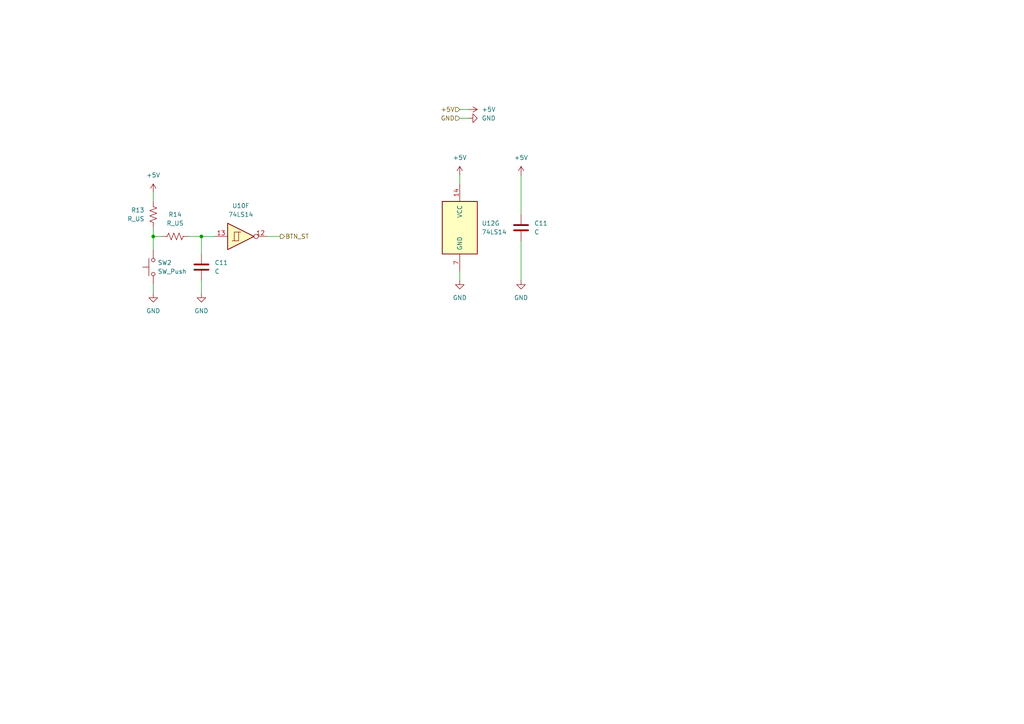
<source format=kicad_sch>
(kicad_sch (version 20230121) (generator eeschema)
  (paper "A4")
  (lib_symbols
    (symbol "74xx:74LS14" (pin_names (offset 1.016))
      (property "Reference" "U" (at 0 1.27 0))
      (property "Value" "74LS14" (at 0 -1.27 0))
      (symbol "74LS14_1_0"
        (polyline (pts (xy -3.81 3.81) (xy -3.81 -3.81) (xy 3.81 0) (xy -3.81 3.81)) (stroke (width 0.254)) (fill (type background)))
        (pin input line (at -7.62 0 0) (length 3.81) (name "~") (number "1"))
        (pin output inverted (at 7.62 0 180) (length 3.81) (name "~") (number "2"))
      )
      (symbol "74LS14_1_1"
        (polyline (pts (xy -1.905 -1.27) (xy -1.905 1.27) (xy -0.635 1.27)))
        (polyline (pts (xy -2.54 -1.27) (xy -0.635 -1.27) (xy -0.635 1.27) (xy 0 1.27)))
      )
      (symbol "74LS14_2_0"
        (polyline (pts (xy -3.81 3.81) (xy -3.81 -3.81) (xy 3.81 0) (xy -3.81 3.81)) (stroke (width 0.254)) (fill (type background)))
        (pin input line (at -7.62 0 0) (length 3.81) (name "~") (number "3"))
        (pin output inverted (at 7.62 0 180) (length 3.81) (name "~") (number "4"))
      )
      (symbol "74LS14_2_1"
        (polyline (pts (xy -1.905 -1.27) (xy -1.905 1.27) (xy -0.635 1.27)))
        (polyline (pts (xy -2.54 -1.27) (xy -0.635 -1.27) (xy -0.635 1.27) (xy 0 1.27)))
      )
      (symbol "74LS14_3_0"
        (polyline (pts (xy -3.81 3.81) (xy -3.81 -3.81) (xy 3.81 0) (xy -3.81 3.81)) (stroke (width 0.254)) (fill (type background)))
        (pin input line (at -7.62 0 0) (length 3.81) (name "~") (number "5"))
        (pin output inverted (at 7.62 0 180) (length 3.81) (name "~") (number "6"))
      )
      (symbol "74LS14_3_1"
        (polyline (pts (xy -1.905 -1.27) (xy -1.905 1.27) (xy -0.635 1.27)))
        (polyline (pts (xy -2.54 -1.27) (xy -0.635 -1.27) (xy -0.635 1.27) (xy 0 1.27)))
      )
      (symbol "74LS14_4_0"
        (polyline (pts (xy -3.81 3.81) (xy -3.81 -3.81) (xy 3.81 0) (xy -3.81 3.81)) (stroke (width 0.254)) (fill (type background)))
        (pin output inverted (at 7.62 0 180) (length 3.81) (name "~") (number "8"))
        (pin input line (at -7.62 0 0) (length 3.81) (name "~") (number "9"))
      )
      (symbol "74LS14_4_1"
        (polyline (pts (xy -1.905 -1.27) (xy -1.905 1.27) (xy -0.635 1.27)))
        (polyline (pts (xy -2.54 -1.27) (xy -0.635 -1.27) (xy -0.635 1.27) (xy 0 1.27)))
      )
      (symbol "74LS14_5_0"
        (polyline (pts (xy -3.81 3.81) (xy -3.81 -3.81) (xy 3.81 0) (xy -3.81 3.81)) (stroke (width 0.254)) (fill (type background)))
        (pin output inverted (at 7.62 0 180) (length 3.81) (name "~") (number "10"))
        (pin input line (at -7.62 0 0) (length 3.81) (name "~") (number "11"))
      )
      (symbol "74LS14_5_1"
        (polyline (pts (xy -1.905 -1.27) (xy -1.905 1.27) (xy -0.635 1.27)))
        (polyline (pts (xy -2.54 -1.27) (xy -0.635 -1.27) (xy -0.635 1.27) (xy 0 1.27)))
      )
      (symbol "74LS14_6_0"
        (polyline (pts (xy -3.81 3.81) (xy -3.81 -3.81) (xy 3.81 0) (xy -3.81 3.81)) (stroke (width 0.254)) (fill (type background)))
        (pin output inverted (at 7.62 0 180) (length 3.81) (name "~") (number "12"))
        (pin input line (at -7.62 0 0) (length 3.81) (name "~") (number "13"))
      )
      (symbol "74LS14_6_1"
        (polyline (pts (xy -1.905 -1.27) (xy -1.905 1.27) (xy -0.635 1.27)))
        (polyline (pts (xy -2.54 -1.27) (xy -0.635 -1.27) (xy -0.635 1.27) (xy 0 1.27)))
      )
      (symbol "74LS14_7_0"
        (pin power_in line (at 0 12.7 270) (length 5.08) (name "VCC") (number "14"))
        (pin power_in line (at 0 -12.7 90) (length 5.08) (name "GND") (number "7"))
      )
      (symbol "74LS14_7_1"
        (rectangle (start -5.08 7.62) (end 5.08 -7.62) (stroke (width 0.254)) (fill (type background)))
      )
    )
    (symbol "Device:C" (pin_numbers hide) (pin_names (offset 0.254))
      (property "Reference" "C" (at 0.635 2.54 0))
      (property "Value" "C" (at 0.635 -2.54 0))
      (symbol "C_0_1"
        (polyline (pts (xy -2.032 -0.762) (xy 2.032 -0.762)) (stroke (width 0.508)))
        (polyline (pts (xy -2.032 0.762) (xy 2.032 0.762)) (stroke (width 0.508)))
      )
      (symbol "C_1_1"
        (pin passive line (at 0 3.81 270) (length 2.794) (name "~") (number "1"))
        (pin passive line (at 0 -3.81 90) (length 2.794) (name "~") (number "2"))
      )
    )
    (symbol "Device:R_US" (pin_numbers hide) (pin_names (offset 0))
      (property "Reference" "R" (at 2.54 0 90))
      (property "Value" "R_US" (at -2.54 0 90))
      (symbol "R_US_0_1"
        (polyline (pts (xy 0 -2.286) (xy 0 -2.54)))
        (polyline (pts (xy 0 2.286) (xy 0 2.54)))
        (polyline (pts (xy 0 -0.762) (xy 1.016 -1.143) (xy 0 -1.524) (xy -1.016 -1.905) (xy 0 -2.286)))
        (polyline (pts (xy 0 0.762) (xy 1.016 0.381) (xy 0 0) (xy -1.016 -0.381) (xy 0 -0.762)))
        (polyline (pts (xy 0 2.286) (xy 1.016 1.905) (xy 0 1.524) (xy -1.016 1.143) (xy 0 0.762)))
      )
      (symbol "R_US_1_1"
        (pin passive line (at 0 3.81 270) (length 1.27) (name "~") (number "1"))
        (pin passive line (at 0 -3.81 90) (length 1.27) (name "~") (number "2"))
      )
    )
    (symbol "Switch:SW_Push" (pin_numbers hide) (pin_names (offset 1.016) hide)
      (property "Reference" "SW" (at 1.27 2.54 0))
      (property "Value" "SW_Push" (at 0 -1.524 0))
      (symbol "SW_Push_0_1"
        (circle (center -2.032 0) (radius 0.508))
        (polyline (pts (xy 0 1.27) (xy 0 3.048)))
        (polyline (pts (xy 2.54 1.27) (xy -2.54 1.27)))
        (circle (center 2.032 0) (radius 0.508))
        (pin passive line (at -5.08 0 0) (length 2.54) (name "1") (number "1"))
        (pin passive line (at 5.08 0 180) (length 2.54) (name "2") (number "2"))
      )
    )
    (symbol "power:+5V" (power) (pin_names (offset 0))
      (property "Value" "+5V" (at 0 3.556 0))
      (symbol "+5V_0_1"
        (polyline (pts (xy -0.762 1.27) (xy 0 2.54)))
        (polyline (pts (xy 0 0) (xy 0 2.54)))
        (polyline (pts (xy 0 2.54) (xy 0.762 1.27)))
      )
      (symbol "+5V_1_1"
        (pin power_in line (at 0 0 90) (length 0) hide (name "+5V") (number "1"))
      )
    )
    (symbol "power:GND" (power) (pin_names (offset 0))
      (property "Value" "GND" (at 0 -3.81 0))
      (symbol "GND_0_1"
        (polyline (pts (xy 0 0) (xy 0 -1.27) (xy 1.27 -1.27) (xy 0 -2.54) (xy -1.27 -1.27) (xy 0 -1.27)))
      )
      (symbol "GND_1_1"
        (pin power_in line (at 0 0 270) (length 0) hide (name "GND") (number "1"))
      )
    )
  )
  (junction (at 44.45 68.58))
  (junction (at 58.42 68.58))
  (wire (pts (xy 44.45 55.88) (xy 44.45 58.42)))
  (wire (pts (xy 77.47 68.58) (xy 81.28 68.58)))
  (wire (pts (xy 133.35 34.29) (xy 135.89 34.29)))
  (wire (pts (xy 58.42 68.58) (xy 62.23 68.58)))
  (wire (pts (xy 151.13 50.8) (xy 151.13 62.23)))
  (wire (pts (xy 133.35 81.28) (xy 133.35 78.74)))
  (wire (pts (xy 44.45 82.55) (xy 44.45 85.09)))
  (wire (pts (xy 44.45 68.58) (xy 44.45 72.39)))
  (wire (pts (xy 133.35 31.75) (xy 135.89 31.75)))
  (wire (pts (xy 58.42 73.66) (xy 58.42 68.58)))
  (wire (pts (xy 54.61 68.58) (xy 58.42 68.58)))
  (wire (pts (xy 44.45 68.58) (xy 46.99 68.58)))
  (wire (pts (xy 133.35 50.8) (xy 133.35 53.34)))
  (wire (pts (xy 58.42 81.28) (xy 58.42 85.09)))
  (wire (pts (xy 44.45 66.04) (xy 44.45 68.58)))
  (wire (pts (xy 151.13 69.85) (xy 151.13 81.28)))
  (hierarchical_label "+5V" (shape input) (at 133.35 31.75 180))
  (hierarchical_label "GND" (shape input) (at 133.35 34.29 180))
  (hierarchical_label "BTN_ST" (shape output) (at 81.28 68.58 0))
  (symbol (lib_id "Device:R_US") (at 44.45 62.23 0) (unit 1)
    (property "Reference" "R13" (at 41.91 60.96 0) (effects (justify right)))
    (property "Value" "R_US" (at 41.91 63.5 0) (effects (justify right)))
    (property "Footprint" "Resistor_THT:R_Axial_DIN0207_L6.3mm_D2.5mm_P7.62mm_Horizontal" (effects hide))
  )
  (symbol (lib_id "power:GND") (at 44.45 85.09 0) (unit 1)
    (property "Reference" "#PWR060" (effects hide))
    (property "Value" "GND" (at 44.45 90.17 0))
    (instances (project "preperf_10x10" (path "" (reference "#PWR060") (unit 1)) (path "" (reference "#PWR055") (unit 1))))
  )
  (symbol (lib_id "74xx:74LS14") (at 133.35 66.04 0) (unit 7)
    (property "Reference" "U12" (at 139.7 64.77 0) (effects (justify left)))
    (property "Value" "74LS14" (at 139.7 67.31 0) (effects (justify left)))
    (property "Footprint" "Package_DIP:DIP-14_W7.62mm_Socket" (effects hide))
    (property "Datasheet" "http://www.ti.com/lit/gpn/sn74LS14" (effects hide))
    (instances (project "preperf_10x10" (path "" (reference "U12") (unit 7)) (path "" (reference "U10") (unit 7))))
  )
  (symbol (lib_id "power:+5V") (at 151.13 50.8 0) (unit 1)
    (property "Reference" "#PWR058" (effects hide))
    (property "Value" "+5V" (at 151.13 45.72 0))
    (instances (project "preperf_10x10" (path "" (reference "#PWR058") (unit 1)) (path "" (reference "#PWR049") (unit 1))))
  )
  (symbol (lib_id "Device:R_US") (at 50.8 68.58 90) (unit 1)
    (property "Reference" "R14" (at 50.8 62.23 90))
    (property "Value" "R_US" (at 50.8 64.77 90))
    (property "Footprint" "Resistor_THT:R_Axial_DIN0207_L6.3mm_D2.5mm_P7.62mm_Horizontal" (effects hide))
  )
  (symbol (lib_id "power:GND") (at 135.89 34.29 90) (unit 1)
    (property "Reference" "#PWR033" (effects hide))
    (property "Value" "GND" (at 139.7 34.29 90) (effects (justify right)))
    (instances (project "preperf_10x10" (path "" (reference "#PWR033") (unit 1)) (path "" (reference "#PWR052") (unit 1))))
  )
  (symbol (lib_id "power:+5V") (at 44.45 55.88 0) (unit 1)
    (property "Reference" "#PWR063" (effects hide))
    (property "Value" "+5V" (at 44.45 50.8 0))
    (instances (project "preperf_10x10" (path "" (reference "#PWR063") (unit 1)) (path "" (reference "#PWR054") (unit 1))))
  )
  (symbol (lib_id "power:GND") (at 58.42 85.09 0) (unit 1)
    (property "Reference" "#PWR062" (effects hide))
    (property "Value" "GND" (at 58.42 90.17 0))
    (instances (project "preperf_10x10" (path "" (reference "#PWR062") (unit 1)) (path "" (reference "#PWR056") (unit 1))))
  )
  (symbol (lib_id "Device:C") (at 151.13 66.04 0) (unit 1)
    (property "Reference" "C11" (at 154.94 64.77 0) (effects (justify left)))
    (property "Value" "C" (at 154.94 67.31 0) (effects (justify left)))
    (instances (project "preperf_10x10" (path "" (reference "C11") (unit 1)) (path "" (reference "C12") (unit 1))))
  )
  (symbol (lib_id "power:GND") (at 151.13 81.28 0) (unit 1)
    (property "Reference" "#PWR059" (effects hide))
    (property "Value" "GND" (at 151.13 86.36 0))
    (instances (project "preperf_10x10" (path "" (reference "#PWR059") (unit 1)) (path "" (reference "#PWR050") (unit 1))))
  )
  (symbol (lib_id "power:GND") (at 133.35 81.28 0) (unit 1)
    (property "Reference" "#PWR059" (effects hide))
    (property "Value" "GND" (at 133.35 86.36 0))
    (instances (project "preperf_10x10" (path "" (reference "#PWR059") (unit 1)) (path "" (reference "#PWR058") (unit 1))))
  )
  (symbol (lib_id "power:+5V") (at 133.35 50.8 0) (unit 1)
    (property "Reference" "#PWR058" (effects hide))
    (property "Value" "+5V" (at 133.35 45.72 0))
    (instances (project "preperf_10x10" (path "" (reference "#PWR058") (unit 1)) (path "" (reference "#PWR057") (unit 1))))
  )
  (symbol (lib_id "Device:C") (at 58.42 77.47 0) (unit 1)
    (property "Reference" "C11" (at 62.23 76.2 0) (effects (justify left)))
    (property "Value" "C" (at 62.23 78.74 0) (effects (justify left)))
    (property "Footprint" "Capacitor_THT:C_Disc_D5.0mm_W2.5mm_P5.00mm" (effects hide))
  )
  (symbol (lib_id "Switch:SW_Push") (at 44.45 77.47 90) (unit 1)
    (property "Reference" "SW2" (at 45.72 76.2 90) (effects (justify right)))
    (property "Value" "SW_Push" (at 45.72 78.74 90) (effects (justify right)))
    (property "Footprint" "Button_Switch_THT:SW_PUSH_6mm_H7.3mm" (effects hide))
  )
  (symbol (lib_id "74xx:74LS14") (at 69.85 68.58 0) (unit 6)
    (property "Reference" "U10" (at 69.85 59.69 0))
    (property "Value" "74LS14" (at 69.85 62.23 0))
    (property "Footprint" "Package_DIP:DIP-14_W7.62mm_Socket" (effects hide))
    (property "Datasheet" "http://www.ti.com/lit/gpn/sn74LS14" (effects hide))
  )
  (symbol (lib_id "power:+5V") (at 135.89 31.75 270) (unit 1)
    (property "Reference" "#PWR032" (effects hide))
    (property "Value" "+5V" (at 139.7 31.75 90) (effects (justify left)))
    (instances (project "preperf_10x10" (path "" (reference "#PWR032") (unit 1)) (path "" (reference "#PWR051") (unit 1))))
  )
)
</source>
